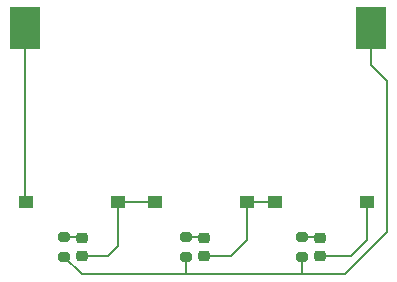
<source format=gbr>
%TF.GenerationSoftware,KiCad,Pcbnew,8.0.6*%
%TF.CreationDate,2025-03-28T23:06:14+00:00*%
%TF.ProjectId,PCB_1001_00,5043425f-3130-4303-915f-30302e6b6963,01*%
%TF.SameCoordinates,Original*%
%TF.FileFunction,Copper,L1,Top*%
%TF.FilePolarity,Positive*%
%FSLAX46Y46*%
G04 Gerber Fmt 4.6, Leading zero omitted, Abs format (unit mm)*
G04 Created by KiCad (PCBNEW 8.0.6) date 2025-03-28 23:06:14*
%MOMM*%
%LPD*%
G01*
G04 APERTURE LIST*
G04 Aperture macros list*
%AMRoundRect*
0 Rectangle with rounded corners*
0 $1 Rounding radius*
0 $2 $3 $4 $5 $6 $7 $8 $9 X,Y pos of 4 corners*
0 Add a 4 corners polygon primitive as box body*
4,1,4,$2,$3,$4,$5,$6,$7,$8,$9,$2,$3,0*
0 Add four circle primitives for the rounded corners*
1,1,$1+$1,$2,$3*
1,1,$1+$1,$4,$5*
1,1,$1+$1,$6,$7*
1,1,$1+$1,$8,$9*
0 Add four rect primitives between the rounded corners*
20,1,$1+$1,$2,$3,$4,$5,0*
20,1,$1+$1,$4,$5,$6,$7,0*
20,1,$1+$1,$6,$7,$8,$9,0*
20,1,$1+$1,$8,$9,$2,$3,0*%
G04 Aperture macros list end*
%TA.AperFunction,SMDPad,CuDef*%
%ADD10RoundRect,0.218750X-0.256250X0.218750X-0.256250X-0.218750X0.256250X-0.218750X0.256250X0.218750X0*%
%TD*%
%TA.AperFunction,SMDPad,CuDef*%
%ADD11R,1.250000X1.000000*%
%TD*%
%TA.AperFunction,SMDPad,CuDef*%
%ADD12R,2.600000X3.600000*%
%TD*%
%TA.AperFunction,SMDPad,CuDef*%
%ADD13RoundRect,0.200000X-0.275000X0.200000X-0.275000X-0.200000X0.275000X-0.200000X0.275000X0.200000X0*%
%TD*%
%TA.AperFunction,Conductor*%
%ADD14C,0.200000*%
%TD*%
G04 APERTURE END LIST*
D10*
%TO.P,D2,1,K*%
%TO.N,Net-(D2-K)*%
X143256000Y-108178500D03*
%TO.P,D2,2,A*%
%TO.N,Net-(D2-A)*%
X143256000Y-109753500D03*
%TD*%
D11*
%TO.P,SW2,1,A*%
%TO.N,Net-(D1-A)*%
X139127000Y-105156000D03*
%TO.P,SW2,2,B*%
%TO.N,Net-(D2-A)*%
X146877000Y-105156000D03*
%TD*%
D10*
%TO.P,D3,1,K*%
%TO.N,Net-(D3-K)*%
X153097000Y-108178500D03*
%TO.P,D3,2,A*%
%TO.N,Net-(D3-A)*%
X153097000Y-109753500D03*
%TD*%
%TO.P,D1,1,K*%
%TO.N,Net-(D1-K)*%
X132979000Y-108178500D03*
%TO.P,D1,2,A*%
%TO.N,Net-(D1-A)*%
X132979000Y-109753500D03*
%TD*%
D11*
%TO.P,SW3,1,A*%
%TO.N,Net-(D2-A)*%
X149287000Y-105156000D03*
%TO.P,SW3,2,B*%
%TO.N,Net-(D3-A)*%
X157037000Y-105156000D03*
%TD*%
D12*
%TO.P,BT1,1,+*%
%TO.N,Net-(BT1-+)*%
X128098000Y-90424000D03*
%TO.P,BT1,2,-*%
%TO.N,Net-(BT1--)*%
X157398000Y-90424000D03*
%TD*%
D13*
%TO.P,R2,1*%
%TO.N,Net-(D2-K)*%
X141732000Y-108121000D03*
%TO.P,R2,2*%
%TO.N,Net-(BT1--)*%
X141732000Y-109771000D03*
%TD*%
%TO.P,R3,1*%
%TO.N,Net-(D3-K)*%
X151547500Y-108121000D03*
%TO.P,R3,2*%
%TO.N,Net-(BT1--)*%
X151547500Y-109771000D03*
%TD*%
%TO.P,R1,1*%
%TO.N,Net-(D1-K)*%
X131455000Y-108121000D03*
%TO.P,R1,2*%
%TO.N,Net-(BT1--)*%
X131455000Y-109771000D03*
%TD*%
D11*
%TO.P,SW1,1,A*%
%TO.N,Net-(BT1-+)*%
X128205000Y-105156000D03*
%TO.P,SW1,2,B*%
%TO.N,Net-(D1-A)*%
X135955000Y-105156000D03*
%TD*%
D14*
%TO.N,Net-(BT1-+)*%
X128098000Y-105049000D02*
X128205000Y-105156000D01*
X128098000Y-90424000D02*
X128098000Y-105049000D01*
%TO.N,Net-(BT1--)*%
X141732000Y-111252000D02*
X150114000Y-111252000D01*
X132936000Y-111252000D02*
X141732000Y-111252000D01*
X141732000Y-109771000D02*
X141732000Y-111252000D01*
X158750000Y-107696000D02*
X155194000Y-111252000D01*
X155194000Y-111252000D02*
X150114000Y-111252000D01*
X157398000Y-93558000D02*
X158750000Y-94910000D01*
X158750000Y-94910000D02*
X158750000Y-107696000D01*
X150114000Y-111252000D02*
X151547500Y-111252000D01*
X157398000Y-90424000D02*
X157398000Y-93558000D01*
X151547500Y-111252000D02*
X151547500Y-109771000D01*
X131455000Y-109771000D02*
X132936000Y-111252000D01*
%TO.N,Net-(D1-A)*%
X132979000Y-109753500D02*
X135102500Y-109753500D01*
X135955000Y-105156000D02*
X139127000Y-105156000D01*
X135102500Y-109753500D02*
X135955000Y-108901000D01*
X135955000Y-108901000D02*
X135955000Y-105156000D01*
%TO.N,Net-(D1-K)*%
X131455000Y-108121000D02*
X132921500Y-108121000D01*
X132921500Y-108121000D02*
X132979000Y-108178500D01*
%TO.N,Net-(D2-A)*%
X143256000Y-109753500D02*
X145516500Y-109753500D01*
X146877000Y-105156000D02*
X149287000Y-105156000D01*
X146877000Y-108393000D02*
X146877000Y-105156000D01*
X145516500Y-109753500D02*
X146877000Y-108393000D01*
%TO.N,Net-(D2-K)*%
X141732000Y-108121000D02*
X143198500Y-108121000D01*
X143198500Y-108121000D02*
X143256000Y-108178500D01*
%TO.N,Net-(D3-K)*%
X151547500Y-108121000D02*
X153039500Y-108121000D01*
X153039500Y-108121000D02*
X153097000Y-108178500D01*
%TO.N,Net-(D3-A)*%
X157037000Y-108393000D02*
X155676500Y-109753500D01*
X157037000Y-105156000D02*
X157037000Y-108393000D01*
X155676500Y-109753500D02*
X153097000Y-109753500D01*
%TD*%
M02*

</source>
